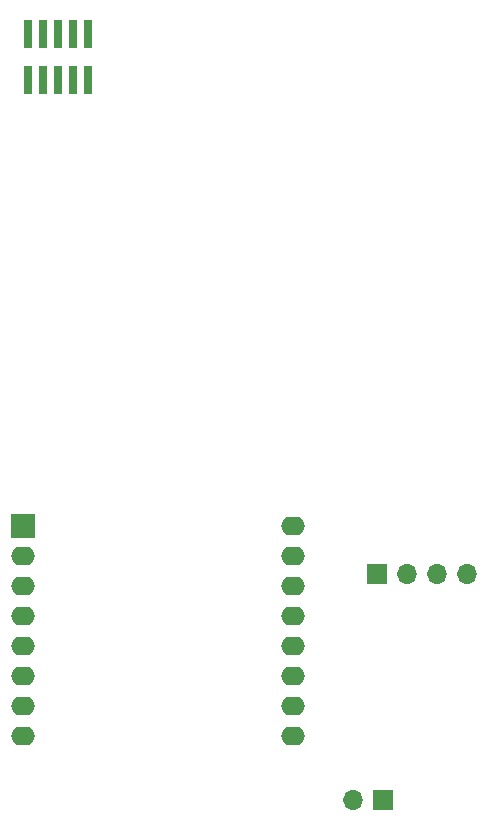
<source format=gbr>
%TF.GenerationSoftware,KiCad,Pcbnew,6.0.8-1.fc36*%
%TF.CreationDate,2022-11-03T20:53:56+01:00*%
%TF.ProjectId,breakout board,62726561-6b6f-4757-9420-626f6172642e,rev?*%
%TF.SameCoordinates,Original*%
%TF.FileFunction,Soldermask,Top*%
%TF.FilePolarity,Negative*%
%FSLAX46Y46*%
G04 Gerber Fmt 4.6, Leading zero omitted, Abs format (unit mm)*
G04 Created by KiCad (PCBNEW 6.0.8-1.fc36) date 2022-11-03 20:53:56*
%MOMM*%
%LPD*%
G01*
G04 APERTURE LIST*
%ADD10R,2.000000X2.000000*%
%ADD11O,2.000000X1.600000*%
%ADD12R,1.700000X1.700000*%
%ADD13O,1.700000X1.700000*%
%ADD14R,0.740000X2.400000*%
G04 APERTURE END LIST*
D10*
%TO.C,U1*%
X99555000Y-87270000D03*
D11*
X99555000Y-89810000D03*
X99555000Y-92350000D03*
X99555000Y-94890000D03*
X99555000Y-97430000D03*
X99555000Y-99970000D03*
X99555000Y-102510000D03*
X99555000Y-105050000D03*
X122415000Y-105050000D03*
X122415000Y-102510000D03*
X122415000Y-99970000D03*
X122415000Y-97430000D03*
X122415000Y-94890000D03*
X122415000Y-92350000D03*
X122415000Y-89810000D03*
X122415000Y-87270000D03*
%TD*%
D12*
%TO.C,J2*%
X129470000Y-91310000D03*
D13*
X132010000Y-91310000D03*
X134550000Y-91310000D03*
X137090000Y-91310000D03*
%TD*%
D14*
%TO.C,J1*%
X99920000Y-45600000D03*
X99920000Y-49500000D03*
X101190000Y-45600000D03*
X101190000Y-49500000D03*
X102460000Y-45600000D03*
X102460000Y-49500000D03*
X103730000Y-45600000D03*
X103730000Y-49500000D03*
X105000000Y-45600000D03*
X105000000Y-49500000D03*
%TD*%
D12*
%TO.C,J4*%
X130000000Y-110500000D03*
D13*
X127460000Y-110500000D03*
%TD*%
M02*

</source>
